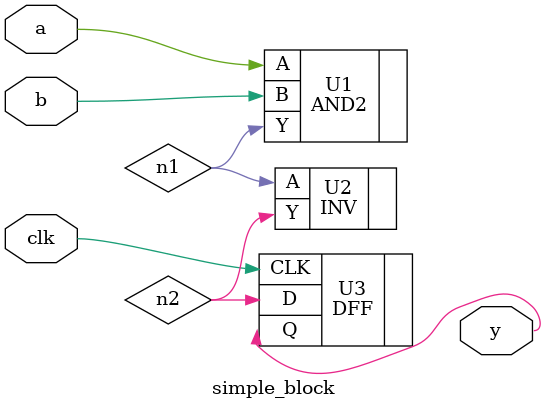
<source format=v>
module simple_block (
    input  clk,
    input  a,
    input  b,
    output y
);

wire n1;
wire n2;

AND2 U1 ( .A(a), .B(b), .Y(n1) );
INV  U2 ( .A(n1), .Y(n2) );
DFF  U3 ( .D(n2), .CLK(clk), .Q(y) );

endmodule

</source>
